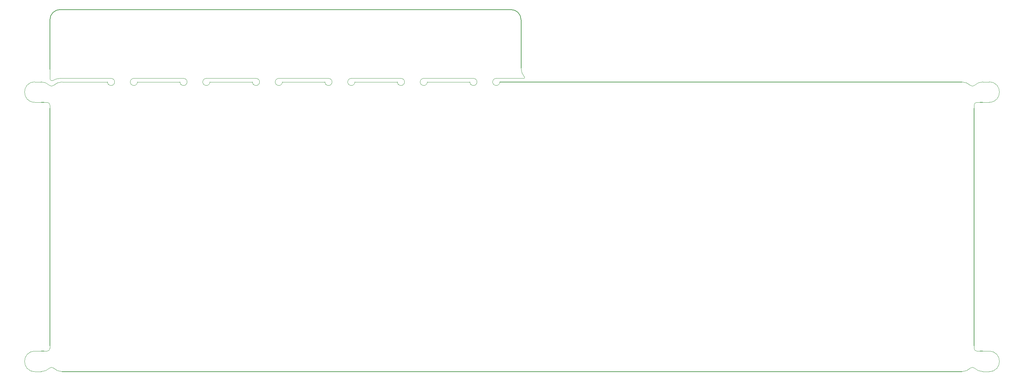
<source format=gbr>
%TF.GenerationSoftware,KiCad,Pcbnew,(7.0.0)*%
%TF.CreationDate,2023-05-06T02:31:30-05:00*%
%TF.ProjectId,Hull_V4N_Tray_Base,48756c6c-5f56-4344-9e5f-547261795f42,rev?*%
%TF.SameCoordinates,Original*%
%TF.FileFunction,Profile,NP*%
%FSLAX46Y46*%
G04 Gerber Fmt 4.6, Leading zero omitted, Abs format (unit mm)*
G04 Created by KiCad (PCBNEW (7.0.0)) date 2023-05-06 02:31:30*
%MOMM*%
%LPD*%
G01*
G04 APERTURE LIST*
%TA.AperFunction,Profile*%
%ADD10C,0.100000*%
%TD*%
%TA.AperFunction,Profile*%
%ADD11C,0.200000*%
%TD*%
G04 APERTURE END LIST*
D10*
X20637501Y-65587500D02*
X20637502Y-64881251D01*
X56683485Y-58737500D02*
G75*
G03*
X55737500Y-57791515I-945985J0D01*
G01*
D11*
X20637501Y-42362500D02*
X20637500Y-55410265D01*
D10*
X16637499Y-134937501D02*
X18312500Y-134937501D01*
X18312500Y-129587499D02*
X16637499Y-129587499D01*
X18312501Y-58737500D02*
X16637500Y-58737499D01*
X117941516Y-58737500D02*
G75*
G03*
X118887500Y-59683484I945984J0D01*
G01*
X265025000Y-64087501D02*
X264318749Y-64087501D01*
X20557564Y-59667436D02*
G75*
G03*
X18312501Y-58737500I-2245064J-2245064D01*
G01*
D11*
X144462500Y-55062499D02*
X144462500Y-42362500D01*
D10*
X112887500Y-59683484D02*
G75*
G03*
X113833484Y-58737500I0J945984D01*
G01*
X137937501Y-59683485D02*
G75*
G03*
X138883485Y-58737499I-1J945985D01*
G01*
D11*
X23312500Y-39687501D02*
G75*
G03*
X20637501Y-42362500I0J-2674999D01*
G01*
D10*
X118887500Y-57791515D02*
G75*
G03*
X117941515Y-58737500I0J-945985D01*
G01*
X16637500Y-58737499D02*
G75*
G03*
X16637500Y-64087501I0J-2675001D01*
G01*
X263604937Y-134007566D02*
G75*
G03*
X265850001Y-134937501I2245063J2245066D01*
G01*
X60791516Y-58737500D02*
G75*
G03*
X61737500Y-59683484I945984J0D01*
G01*
X42687500Y-57791515D02*
X55737500Y-57791515D01*
X23366516Y-57791514D02*
G75*
G03*
X21353327Y-58390656I-20316J-3613586D01*
G01*
D11*
X265025000Y-64087501D02*
X265850000Y-64087501D01*
D10*
X73841515Y-58737499D02*
X62683485Y-58737499D01*
X267525002Y-129587500D02*
X265850001Y-129587500D01*
X118887501Y-59683485D02*
G75*
G03*
X119833485Y-58737499I-1J945985D01*
G01*
X61737501Y-59683485D02*
G75*
G03*
X62683485Y-58737499I-1J945985D01*
G01*
X137937500Y-57791515D02*
X145256250Y-57791515D01*
X267525002Y-134937500D02*
G75*
G03*
X267525002Y-129587500I-2J2675000D01*
G01*
X54791517Y-58737499D02*
G75*
G03*
X55737499Y-59683483I945983J-1D01*
G01*
X118887500Y-57791515D02*
X131937500Y-57791515D01*
X19843751Y-129587501D02*
G75*
G03*
X20637501Y-128793750I-1J793751D01*
G01*
X94783485Y-58737500D02*
G75*
G03*
X93837500Y-57791515I-945985J0D01*
G01*
X21567436Y-134007565D02*
G75*
G03*
X20557564Y-134007566I-504936J-585335D01*
G01*
X23812501Y-58737504D02*
G75*
G03*
X21567439Y-59667438I-1J-3174996D01*
G01*
D11*
X265850001Y-129587500D02*
X265025001Y-129587500D01*
X23812501Y-134937499D02*
X260350000Y-134937499D01*
D10*
X263525000Y-128087501D02*
X263525000Y-128793750D01*
X20637500Y-55410265D02*
X20637500Y-57943750D01*
X42687501Y-59683485D02*
G75*
G03*
X43633485Y-58737499I-1J945985D01*
G01*
X263524999Y-64881251D02*
X263525000Y-65587500D01*
D11*
X19137500Y-129587501D02*
X18312500Y-129587500D01*
D10*
X111941515Y-58737499D02*
X100783485Y-58737499D01*
X35741517Y-58737499D02*
G75*
G03*
X36687500Y-59683483I945983J-1D01*
G01*
X55737500Y-59683484D02*
G75*
G03*
X56683484Y-58737500I0J945984D01*
G01*
X16637499Y-129587499D02*
G75*
G03*
X16637499Y-134937501I1J-2675001D01*
G01*
X36687500Y-57791515D02*
X23366516Y-57791515D01*
X20637501Y-128793750D02*
X20637501Y-128087501D01*
X136991516Y-58737500D02*
G75*
G03*
X137937500Y-59683484I945984J0D01*
G01*
D11*
X18312501Y-64087501D02*
X19137501Y-64087501D01*
D10*
X99837501Y-59683485D02*
G75*
G03*
X100783485Y-58737499I-1J945985D01*
G01*
X93837500Y-59683484D02*
G75*
G03*
X94783484Y-58737500I0J945984D01*
G01*
X262595064Y-59667436D02*
G75*
G03*
X263604937Y-59667435I504936J585336D01*
G01*
D11*
X144462500Y-42362500D02*
G75*
G03*
X141787501Y-39687500I-2675000J0D01*
G01*
D10*
X144462514Y-55062499D02*
G75*
G03*
X145392035Y-57500449I3661886J-1D01*
G01*
X41741516Y-58737500D02*
G75*
G03*
X42687500Y-59683484I945984J0D01*
G01*
X21567437Y-134007564D02*
G75*
G03*
X23812501Y-134937499I2245063J2245064D01*
G01*
X19137500Y-129587500D02*
X19843751Y-129587500D01*
X98891516Y-58737500D02*
G75*
G03*
X99837500Y-59683484I945984J0D01*
G01*
X267525001Y-58737500D02*
X265850000Y-58737500D01*
X80787501Y-59683485D02*
G75*
G03*
X81733485Y-58737499I-1J945985D01*
G01*
X131937500Y-59683484D02*
G75*
G03*
X132883484Y-58737500I0J945984D01*
G01*
X79841516Y-58737500D02*
G75*
G03*
X80787500Y-59683484I945984J0D01*
G01*
X137937500Y-57791515D02*
G75*
G03*
X136991515Y-58737500I0J-945985D01*
G01*
X80787500Y-57791515D02*
X93837500Y-57791515D01*
X35741516Y-58737499D02*
X23812501Y-58737502D01*
X92891515Y-58737499D02*
X81733485Y-58737499D01*
X61737500Y-57791515D02*
X74787500Y-57791515D01*
X111941517Y-58737499D02*
G75*
G03*
X112887499Y-59683483I945983J-1D01*
G01*
X80787500Y-57791515D02*
G75*
G03*
X79841515Y-58737500I0J-945985D01*
G01*
D11*
X263525000Y-128087501D02*
X263524999Y-65587500D01*
D10*
X263525000Y-128793750D02*
G75*
G03*
X264318750Y-129587500I793800J50D01*
G01*
X99837500Y-57791515D02*
G75*
G03*
X98891515Y-58737500I0J-945985D01*
G01*
X61737500Y-57791515D02*
G75*
G03*
X60791515Y-58737500I0J-945985D01*
G01*
X75733485Y-58737500D02*
G75*
G03*
X74787500Y-57791515I-945985J0D01*
G01*
X36687501Y-59683485D02*
G75*
G03*
X37633485Y-58737500I-1J945985D01*
G01*
X73841517Y-58737499D02*
G75*
G03*
X74787499Y-59683483I945983J-1D01*
G01*
X130991517Y-58737499D02*
G75*
G03*
X131937499Y-59683483I945983J-1D01*
G01*
X74787500Y-59683484D02*
G75*
G03*
X75733484Y-58737500I0J945984D01*
G01*
X113833485Y-58737500D02*
G75*
G03*
X112887500Y-57791515I-945985J0D01*
G01*
X20637526Y-57943749D02*
G75*
G03*
X21353327Y-58390654I514674J27649D01*
G01*
D11*
X141787501Y-39687500D02*
X23312500Y-39687500D01*
D10*
X37633485Y-58737500D02*
G75*
G03*
X36687500Y-57791515I-945985J0D01*
G01*
X99837500Y-57791515D02*
X112887500Y-57791515D01*
X264318750Y-129587500D02*
X265025001Y-129587500D01*
X42687500Y-57791515D02*
G75*
G03*
X41741515Y-58737500I0J-945985D01*
G01*
X20557562Y-59667438D02*
G75*
G03*
X21567439Y-59667438I504938J585338D01*
G01*
X145256250Y-57791527D02*
G75*
G03*
X145392035Y-57500449I4250J175227D01*
G01*
X265850001Y-134937501D02*
X267525002Y-134937502D01*
D11*
X260350000Y-58737502D02*
X138883485Y-58737499D01*
D10*
X262595063Y-59667437D02*
G75*
G03*
X260350000Y-58737502I-2245063J-2245063D01*
G01*
X54791515Y-58737499D02*
X43633485Y-58737499D01*
X92891517Y-58737499D02*
G75*
G03*
X93837499Y-59683483I945983J-1D01*
G01*
D11*
X20637501Y-65587500D02*
X20637501Y-128087501D01*
D10*
X260350000Y-134937498D02*
G75*
G03*
X262595063Y-134007563I0J3174998D01*
G01*
X264318749Y-64087599D02*
G75*
G03*
X263524999Y-64881251I-49J-793701D01*
G01*
X263604938Y-134007565D02*
G75*
G03*
X262595063Y-134007563I-504938J-585335D01*
G01*
X20637599Y-64881251D02*
G75*
G03*
X19843752Y-64087501I-793799J-49D01*
G01*
X19843752Y-64087501D02*
X19137501Y-64087501D01*
X265850000Y-64087501D02*
X267525001Y-64087502D01*
X16637500Y-64087501D02*
X18312501Y-64087501D01*
X265850000Y-58737501D02*
G75*
G03*
X263604937Y-59667436I0J-3174999D01*
G01*
X132883485Y-58737500D02*
G75*
G03*
X131937500Y-57791515I-945985J0D01*
G01*
X130991515Y-58737499D02*
X119833485Y-58737499D01*
X267525001Y-64087500D02*
G75*
G03*
X267525001Y-58737500I-1J2675000D01*
G01*
X18312500Y-134937499D02*
G75*
G03*
X20557562Y-134007564I0J3174999D01*
G01*
M02*

</source>
